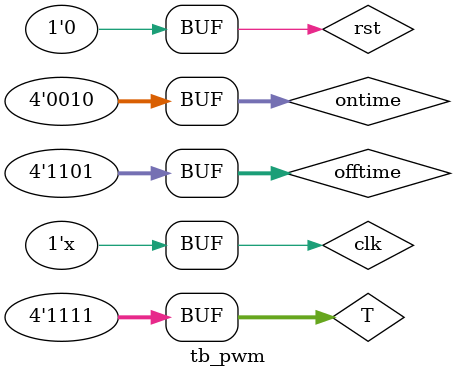
<source format=v>
`timescale 1ns/1ps

module tb_pwm;
	reg clk, rst;
	reg [3:0] ontime, offtime, T;
	wire pulse;
	pwm my_pwm_DUT(clk, rst, ontime, offtime, pulse, T);
	
	initial begin
		clk = 0;
	end
	
	always #5 clk = ~clk;
	
	initial begin
		rst = 1;
		#5;
		rst = 0;
		ontime = 10;
		offtime = 5;
		T = 5;
		#5000;
		
		ontime = 10;
		offtime = 5;
		T = 10;
		#5000;		

		ontime = 10;
		offtime = 5;
		T = 15;
		#5000;
		
		ontime = 8;
		offtime = 7;
		T = 15;
		#5000;

		ontime = 8;
		offtime = 7;
		T = 15;
		#5000;

		ontime = 5;
		offtime = 10;
		T = 15;
		#5000;

		ontime = 2;
		offtime = 13;
		T = 15;
		#5000;
	end
endmodule
		
</source>
